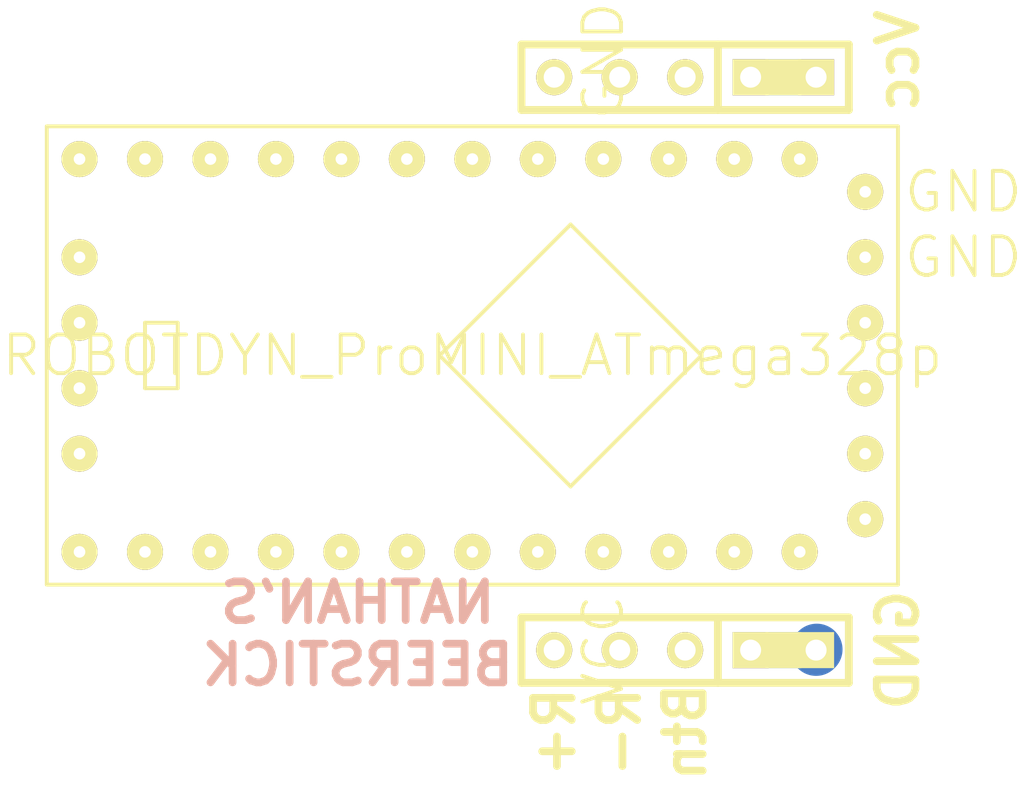
<source format=kicad_pcb>
(kicad_pcb (version 3) (host pcbnew "(22-Jun-2014 BZR 4027)-stable")

  (general
    (links 0)
    (no_connects 0)
    (area 163.226 97.981 208.884 127.565)
    (thickness 1.6)
    (drawings 6)
    (tracks 1)
    (zones 0)
    (modules 3)
    (nets 1)
  )

  (page A3)
  (layers
    (15 F.Cu signal)
    (0 B.Cu signal)
    (16 B.Adhes user)
    (17 F.Adhes user)
    (18 B.Paste user)
    (19 F.Paste user)
    (20 B.SilkS user)
    (21 F.SilkS user)
    (22 B.Mask user)
    (23 F.Mask user)
    (24 Dwgs.User user)
    (25 Cmts.User user)
    (26 Eco1.User user)
    (27 Eco2.User user)
    (28 Edge.Cuts user)
  )

  (setup
    (last_trace_width 0.254)
    (user_trace_width 2)
    (trace_clearance 0.254)
    (zone_clearance 0.508)
    (zone_45_only no)
    (trace_min 0.254)
    (segment_width 0.2)
    (edge_width 0.15)
    (via_size 0.889)
    (via_drill 0.635)
    (via_min_size 0.889)
    (via_min_drill 0.508)
    (uvia_size 0.508)
    (uvia_drill 0.127)
    (uvias_allowed no)
    (uvia_min_size 0.508)
    (uvia_min_drill 0.127)
    (pcb_text_width 0.3)
    (pcb_text_size 1.5 1.5)
    (mod_edge_width 0.15)
    (mod_text_size 1.5 1.5)
    (mod_text_width 0.15)
    (pad_size 1.397 1.397)
    (pad_drill 0.45)
    (pad_to_mask_clearance 0.2)
    (aux_axis_origin 0 0)
    (visible_elements FFFFFFBF)
    (pcbplotparams
      (layerselection 3178497)
      (usegerberextensions true)
      (excludeedgelayer true)
      (linewidth 0.100000)
      (plotframeref false)
      (viasonmask false)
      (mode 1)
      (useauxorigin false)
      (hpglpennumber 1)
      (hpglpenspeed 20)
      (hpglpendiameter 15)
      (hpglpenoverlay 2)
      (psnegative false)
      (psa4output false)
      (plotreference true)
      (plotvalue true)
      (plotothertext true)
      (plotinvisibletext false)
      (padsonsilk false)
      (subtractmaskfromsilk false)
      (outputformat 1)
      (mirror false)
      (drillshape 1)
      (scaleselection 1)
      (outputdirectory ""))
  )

  (net 0 "")

  (net_class Default "This is the default net class."
    (clearance 0.254)
    (trace_width 0.254)
    (via_dia 0.889)
    (via_drill 0.635)
    (uvia_dia 0.508)
    (uvia_drill 0.127)
    (add_net "")
  )

  (module SIL-5_3+2 (layer F.Cu) (tedit 5BF0B095) (tstamp 5BF4EF3A)
    (at 194.31 123.19 180)
    (descr "Connecteur 5 pins")
    (tags "CONN DEV")
    (fp_text reference "" (at -0.635 -2.54 180) (layer F.SilkS)
      (effects (font (size 1.72974 1.08712) (thickness 0.27178)))
    )
    (fp_text value Val** (at 0 -2.54 180) (layer F.SilkS) hide
      (effects (font (size 1.524 1.016) (thickness 0.3048)))
    )
    (fp_line (start -7.62 1.27) (end -7.62 -1.27) (layer F.SilkS) (width 0.3048))
    (fp_line (start -7.62 -1.27) (end 5.08 -1.27) (layer F.SilkS) (width 0.3048))
    (fp_line (start 5.08 -1.27) (end 5.08 1.27) (layer F.SilkS) (width 0.3048))
    (fp_line (start 5.08 1.27) (end -7.62 1.27) (layer F.SilkS) (width 0.3048))
    (fp_line (start -2.54 1.27) (end -2.54 -1.27) (layer F.SilkS) (width 0.3048))
    (pad 1 thru_hole rect (at -6.35 0 180) (size 1.397 1.397) (drill 0.8128)
      (layers *.Cu *.Mask F.SilkS)
    )
    (pad 2 thru_hole rect (at -3.81 0 180) (size 1.397 1.397) (drill 0.8128)
      (layers *.Cu *.Mask F.SilkS)
    )
    (pad 3 thru_hole circle (at -1.27 0 180) (size 1.397 1.397) (drill 0.8128)
      (layers *.Cu *.Mask F.SilkS)
    )
    (pad 4 thru_hole circle (at 1.27 0 180) (size 1.397 1.397) (drill 0.8128)
      (layers *.Cu *.Mask F.SilkS)
    )
    (pad 5 thru_hole circle (at 3.81 0 180) (size 1.397 1.397) (drill 0.8128)
      (layers *.Cu *.Mask F.SilkS)
    )
    (pad 3 smd rect (at -5.08 0 180) (size 1.397 1.397)
      (layers *.Mask B.Cu F.SilkS)
    )
  )

  (module SIL-5_3+2 (layer F.Cu) (tedit 5BF0B095) (tstamp 5BF4EF58)
    (at 194.31 100.965 180)
    (descr "Connecteur 5 pins")
    (tags "CONN DEV")
    (fp_text reference "" (at -0.635 -2.54 180) (layer F.SilkS)
      (effects (font (size 1.72974 1.08712) (thickness 0.27178)))
    )
    (fp_text value Val** (at 0 -2.54 180) (layer F.SilkS) hide
      (effects (font (size 1.524 1.016) (thickness 0.3048)))
    )
    (fp_line (start -7.62 1.27) (end -7.62 -1.27) (layer F.SilkS) (width 0.3048))
    (fp_line (start -7.62 -1.27) (end 5.08 -1.27) (layer F.SilkS) (width 0.3048))
    (fp_line (start 5.08 -1.27) (end 5.08 1.27) (layer F.SilkS) (width 0.3048))
    (fp_line (start 5.08 1.27) (end -7.62 1.27) (layer F.SilkS) (width 0.3048))
    (fp_line (start -2.54 1.27) (end -2.54 -1.27) (layer F.SilkS) (width 0.3048))
    (pad 1 thru_hole rect (at -6.35 0 180) (size 1.397 1.397) (drill 0.8128)
      (layers *.Cu *.Mask F.SilkS)
    )
    (pad 2 thru_hole rect (at -3.81 0 180) (size 1.397 1.397) (drill 0.8128)
      (layers *.Cu *.Mask F.SilkS)
    )
    (pad 3 thru_hole circle (at -1.27 0 180) (size 1.397 1.397) (drill 0.8128)
      (layers *.Cu *.Mask F.SilkS)
    )
    (pad 4 thru_hole circle (at 1.27 0 180) (size 1.397 1.397) (drill 0.8128)
      (layers *.Cu *.Mask F.SilkS)
    )
    (pad 5 thru_hole circle (at 3.81 0 180) (size 1.397 1.397) (drill 0.8128)
      (layers *.Cu *.Mask F.SilkS)
    )
    (pad 3 smd rect (at -5.08 0 180) (size 1.397 1.397)
      (layers *.Mask B.Cu F.SilkS)
    )
  )

  (module ROBOTDYN_ProMINI_ATmega328p (layer F.Cu) (tedit 5C33CA3A) (tstamp 5C3431E8)
    (at 184.785 124.46 180)
    (fp_text reference ROBOTDYN_ProMINI_ATmega328p (at -2.54 12.7 180) (layer F.SilkS)
      (effects (font (size 1.5 1.5) (thickness 0.15)))
    )
    (fp_text value "" (at 0 0 180) (layer F.SilkS)
      (effects (font (size 1.5 1.5) (thickness 0.15)))
    )
    (fp_line (start 10.16 11.43) (end 10.16 13.97) (layer F.SilkS) (width 0.15))
    (fp_line (start 10.16 13.97) (end 8.89 13.97) (layer F.SilkS) (width 0.15))
    (fp_line (start 8.89 13.97) (end 8.89 11.43) (layer F.SilkS) (width 0.15))
    (fp_line (start 8.89 11.43) (end 10.16 11.43) (layer F.SilkS) (width 0.15))
    (fp_text user GND (at -7.62 24.13 270) (layer F.SilkS)
      (effects (font (size 1.5 1.5) (thickness 0.15)))
    )
    (fp_text user GND (at -21.59 19.05 180) (layer F.SilkS)
      (effects (font (size 1.5 1.5) (thickness 0.15)))
    )
    (fp_text user GND (at -21.59 16.51 180) (layer F.SilkS)
      (effects (font (size 1.5 1.5) (thickness 0.15)))
    )
    (fp_text user VCC (at -7.62 1.27 270) (layer F.SilkS)
      (effects (font (size 1.5 1.5) (thickness 0.15)))
    )
    (fp_line (start -19.05 21.59) (end -19.05 3.81) (layer F.SilkS) (width 0.15))
    (fp_line (start -19.05 3.81) (end 13.97 3.81) (layer F.SilkS) (width 0.15))
    (fp_line (start 13.97 3.81) (end 13.97 21.59) (layer F.SilkS) (width 0.15))
    (fp_line (start 13.97 21.59) (end -19.05 21.59) (layer F.SilkS) (width 0.15))
    (fp_line (start -6.35 7.62) (end -1.27 12.7) (layer F.SilkS) (width 0.15))
    (fp_line (start -1.27 12.7) (end -6.35 17.78) (layer F.SilkS) (width 0.15))
    (fp_line (start -6.35 17.78) (end -11.43 12.7) (layer F.SilkS) (width 0.15))
    (fp_line (start -11.43 12.7) (end -6.35 7.62) (layer F.SilkS) (width 0.15))
    (pad RAW thru_hole circle (at -15.24 5.08 180) (size 1.397 1.397) (drill 0.45)
      (layers *.Cu *.Mask F.SilkS)
    )
    (pad GND thru_hole circle (at -12.7 5.08 180) (size 1.397 1.397) (drill 0.45)
      (layers *.Cu *.Mask F.SilkS)
    )
    (pad RST thru_hole circle (at -10.16 5.08 180) (size 1.397 1.397) (drill 0.45)
      (layers *.Cu *.Mask F.SilkS)
    )
    (pad VCC thru_hole circle (at -7.62 5.08 180) (size 1.397 1.397) (drill 0.45)
      (layers *.Cu *.Mask F.SilkS)
    )
    (pad A3 thru_hole circle (at -5.08 5.08 180) (size 1.397 1.397) (drill 0.45)
      (layers *.Cu *.Mask F.SilkS)
    )
    (pad A2 thru_hole circle (at -2.54 5.08 180) (size 1.397 1.397) (drill 0.45)
      (layers *.Cu *.Mask F.SilkS)
    )
    (pad A1 thru_hole circle (at 0 5.08 180) (size 1.397 1.397) (drill 0.45)
      (layers *.Cu *.Mask F.SilkS)
    )
    (pad A0 thru_hole circle (at 2.54 5.08 180) (size 1.397 1.397) (drill 0.45)
      (layers *.Cu *.Mask F.SilkS)
    )
    (pad 13 thru_hole circle (at 5.08 5.08 180) (size 1.397 1.397) (drill 0.45)
      (layers *.Cu *.Mask F.SilkS)
    )
    (pad 12 thru_hole circle (at 7.62 5.08 180) (size 1.397 1.397) (drill 0.45)
      (layers *.Cu *.Mask F.SilkS)
    )
    (pad 11 thru_hole circle (at 10.16 5.08 180) (size 1.397 1.397) (drill 0.45)
      (layers *.Cu *.Mask F.SilkS)
    )
    (pad 10 thru_hole circle (at 12.7 5.08 180) (size 1.397 1.397) (drill 0.45)
      (layers *.Cu *.Mask F.SilkS)
    )
    (pad A7 thru_hole circle (at 12.7 8.89 180) (size 1.397 1.397) (drill 0.45)
      (layers *.Cu *.Mask F.SilkS)
    )
    (pad A6 thru_hole circle (at 12.7 11.43 180) (size 1.397 1.397) (drill 0.46)
      (layers *.Cu *.Mask F.SilkS)
    )
    (pad A5 thru_hole circle (at 12.7 13.97 180) (size 1.397 1.397) (drill 0.45)
      (layers *.Cu *.Mask F.SilkS)
    )
    (pad A4 thru_hole circle (at 12.7 16.51 180) (size 1.397 1.397) (drill 0.45)
      (layers *.Cu *.Mask F.SilkS)
    )
    (pad 9 thru_hole circle (at 12.7 20.32 180) (size 1.397 1.397) (drill 0.45)
      (layers *.Cu *.Mask F.SilkS)
    )
    (pad 8 thru_hole circle (at 10.16 20.32 180) (size 1.397 1.397) (drill 0.45)
      (layers *.Cu *.Mask F.SilkS)
    )
    (pad 7 thru_hole circle (at 7.62 20.32 180) (size 1.397 1.397) (drill 0.45)
      (layers *.Cu *.Mask F.SilkS)
    )
    (pad 6 thru_hole circle (at 5.08 20.32 180) (size 1.397 1.397) (drill 0.45)
      (layers *.Cu *.Mask F.SilkS)
    )
    (pad 5 thru_hole circle (at 2.54 20.32 180) (size 1.397 1.397) (drill 0.45)
      (layers *.Cu *.Mask F.SilkS)
    )
    (pad 4 thru_hole circle (at 0 20.32 180) (size 1.397 1.397) (drill 0.45)
      (layers *.Cu *.Mask F.SilkS)
    )
    (pad 3 thru_hole circle (at -2.54 20.32 180) (size 1.397 1.397) (drill 0.45)
      (layers *.Cu *.Mask F.SilkS)
    )
    (pad 2 thru_hole circle (at -5.08 20.32 180) (size 1.397 1.397) (drill 0.45)
      (layers *.Cu *.Mask F.SilkS)
    )
    (pad GND thru_hole circle (at -7.62 20.32 180) (size 1.397 1.397) (drill 0.45)
      (layers *.Cu *.Mask F.SilkS)
    )
    (pad RST thru_hole circle (at -10.16 20.32 180) (size 1.397 1.397) (drill 0.45)
      (layers *.Cu *.Mask F.SilkS)
    )
    (pad RXI thru_hole circle (at -12.7 20.32 180) (size 1.397 1.397) (drill 0.45)
      (layers *.Cu *.Mask F.SilkS)
    )
    (pad TXO thru_hole circle (at -15.24 20.32 180) (size 1.397 1.397) (drill 0.45)
      (layers *.Cu *.Mask F.SilkS)
    )
    (pad GND thru_hole circle (at -17.78 19.05 180) (size 1.397 1.397) (drill 0.45)
      (layers *.Cu *.Mask F.SilkS)
    )
    (pad GND thru_hole circle (at -17.78 16.51 180) (size 1.397 1.397) (drill 0.45)
      (layers *.Cu *.Mask F.SilkS)
    )
    (pad VCC thru_hole circle (at -17.78 13.97 180) (size 1.397 1.397) (drill 0.45)
      (layers *.Cu *.Mask F.SilkS)
    )
    (pad RXI thru_hole circle (at -17.78 11.43 180) (size 1.397 1.397) (drill 0.45)
      (layers *.Cu *.Mask F.SilkS)
    )
    (pad TXO thru_hole circle (at -17.78 8.89 180) (size 1.397 1.397) (drill 0.45)
      (layers *.Cu *.Mask F.SilkS)
    )
    (pad DTR thru_hole circle (at -17.78 6.35 180) (size 1.397 1.397) (drill 0.45)
      (layers *.Cu *.Mask F.SilkS)
    )
  )

  (gr_text "NATHAN'S\nBEERSTICK" (at 182.88 122.555) (layer B.SilkS)
    (effects (font (size 1.5 1.5) (thickness 0.3)) (justify mirror))
  )
  (gr_text Btn (at 195.58 126.365 90) (layer F.SilkS)
    (effects (font (size 1.5 1.5) (thickness 0.3)) (justify mirror))
  )
  (gr_text R- (at 193.04 126.365 90) (layer F.SilkS)
    (effects (font (size 1.5 1.5) (thickness 0.3)) (justify mirror))
  )
  (gr_text R+ (at 190.5 126.365 90) (layer F.SilkS)
    (effects (font (size 1.5 1.5) (thickness 0.3)) (justify mirror))
  )
  (gr_text Vcc (at 203.835 100.33 90) (layer F.SilkS)
    (effects (font (size 1.5 1.5) (thickness 0.3)) (justify mirror))
  )
  (gr_text GND (at 203.835 123.19 90) (layer F.SilkS)
    (effects (font (size 1.5 1.5) (thickness 0.3)) (justify mirror))
  )

  (segment (start 200.6854 123.1646) (end 200.66 123.19) (width 2) (layer B.Cu) (net 0) (tstamp 5C343109))

)

</source>
